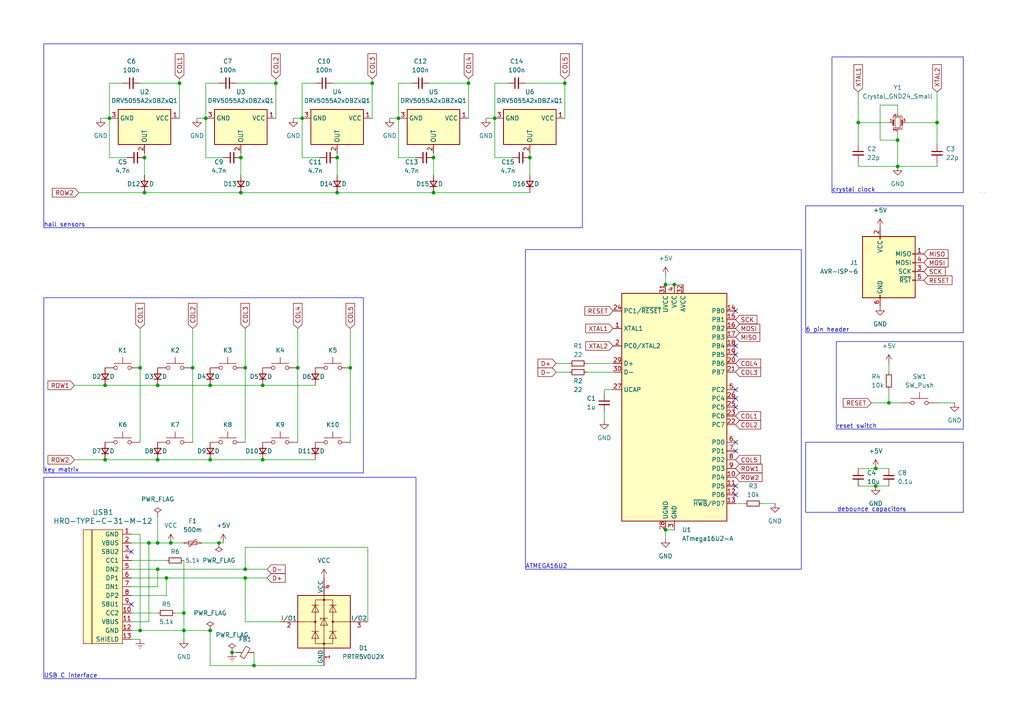
<source format=kicad_sch>
(kicad_sch (version 20230121) (generator eeschema)
  (paper "A4")
  (lib_symbols
    (symbol "Connector:AVR-ISP-6" (pin_names (offset 1.016))
      (property "Reference" "J" (at -6.35 11.43 0))
      (property "Value" "AVR-ISP-6" (at 0 11.43 0))
      (symbol "AVR-ISP-6_0_1"
        (rectangle (start -2.667 -6.858) (end -2.413 -7.62))
        (rectangle (start -2.667 10.16) (end -2.413 9.398))
        (rectangle (start 7.62 -2.413) (end 6.858 -2.667))
        (rectangle (start 7.62 0.127) (end 6.858 -0.127))
        (rectangle (start 7.62 2.667) (end 6.858 2.413))
        (rectangle (start 7.62 5.207) (end 6.858 4.953))
        (rectangle (start 7.62 10.16) (end -7.62 -7.62) (stroke (width 0.254)) (fill (type background)))
      )
      (symbol "AVR-ISP-6_1_1"
        (pin passive line (at 10.16 5.08 180) (length 2.54) (name "MISO") (number "1"))
        (pin passive line (at -2.54 12.7 270) (length 2.54) (name "VCC") (number "2"))
        (pin passive line (at 10.16 0 180) (length 2.54) (name "SCK") (number "3"))
        (pin passive line (at 10.16 2.54 180) (length 2.54) (name "MOSI") (number "4"))
        (pin passive line (at 10.16 -2.54 180) (length 2.54) (name "~{RST}") (number "5"))
        (pin passive line (at -2.54 -10.16 90) (length 2.54) (name "GND") (number "6"))
      )
    )
    (symbol "Device:C_Small" (pin_numbers hide) (pin_names (offset 0.254) hide)
      (property "Reference" "C" (at 0.254 1.778 0))
      (property "Value" "C_Small" (at 0.254 -2.032 0))
      (symbol "C_Small_0_1"
        (polyline (pts (xy -1.524 -0.508) (xy 1.524 -0.508)) (stroke (width 0.3302)))
        (polyline (pts (xy -1.524 0.508) (xy 1.524 0.508)) (stroke (width 0.3048)))
      )
      (symbol "C_Small_1_1"
        (pin passive line (at 0 2.54 270) (length 2.032) (name "~") (number "1"))
        (pin passive line (at 0 -2.54 90) (length 2.032) (name "~") (number "2"))
      )
    )
    (symbol "Device:Crystal_GND24_Small" (pin_names (offset 1.016) hide)
      (property "Reference" "Y" (at 1.27 4.445 0))
      (property "Value" "Crystal_GND24_Small" (at 1.27 2.54 0))
      (symbol "Crystal_GND24_Small_0_1"
        (rectangle (start -0.762 -1.524) (end 0.762 1.524))
        (polyline (pts (xy -1.27 -0.762) (xy -1.27 0.762)) (stroke (width 0.381)))
        (polyline (pts (xy 1.27 -0.762) (xy 1.27 0.762)) (stroke (width 0.381)))
        (polyline (pts (xy -1.27 -1.27) (xy -1.27 -1.905) (xy 1.27 -1.905) (xy 1.27 -1.27)))
        (polyline (pts (xy -1.27 1.27) (xy -1.27 1.905) (xy 1.27 1.905) (xy 1.27 1.27)))
      )
      (symbol "Crystal_GND24_Small_1_1"
        (pin passive line (at -2.54 0 0) (length 1.27) (name "1") (number "1"))
        (pin passive line (at 0 -2.54 90) (length 0.635) (name "2") (number "2"))
        (pin passive line (at 2.54 0 180) (length 1.27) (name "3") (number "3"))
        (pin passive line (at 0 2.54 270) (length 0.635) (name "4") (number "4"))
      )
    )
    (symbol "Device:D_Small" (pin_numbers hide) (pin_names (offset 0.254) hide)
      (property "Reference" "D" (at -1.27 2.032 0))
      (property "Value" "D_Small" (at -3.81 -2.032 0))
      (symbol "D_Small_0_1"
        (polyline (pts (xy -0.762 -1.016) (xy -0.762 1.016)) (stroke (width 0.254)))
        (polyline (pts (xy -0.762 0) (xy 0.762 0)))
        (polyline (pts (xy 0.762 -1.016) (xy -0.762 0) (xy 0.762 1.016) (xy 0.762 -1.016)) (stroke (width 0.254)))
      )
      (symbol "D_Small_1_1"
        (pin passive line (at -2.54 0 0) (length 1.778) (name "K") (number "1"))
        (pin passive line (at 2.54 0 180) (length 1.778) (name "A") (number "2"))
      )
    )
    (symbol "Device:FerriteBead_Small" (pin_numbers hide) (pin_names (offset 0))
      (property "Reference" "FB" (at 1.905 1.27 0))
      (property "Value" "FerriteBead_Small" (at 1.905 -1.27 0))
      (symbol "FerriteBead_Small_0_1"
        (polyline (pts (xy 0 -1.27) (xy 0 -0.7874)))
        (polyline (pts (xy 0 0.889) (xy 0 1.2954)))
        (polyline (pts (xy -1.8288 0.2794) (xy -1.1176 1.4986) (xy 1.8288 -0.2032) (xy 1.1176 -1.4224) (xy -1.8288 0.2794)))
      )
      (symbol "FerriteBead_Small_1_1"
        (pin passive line (at 0 2.54 270) (length 1.27) (name "~") (number "1"))
        (pin passive line (at 0 -2.54 90) (length 1.27) (name "~") (number "2"))
      )
    )
    (symbol "Device:Polyfuse_Small" (pin_numbers hide) (pin_names (offset 0))
      (property "Reference" "F" (at -1.905 0 90))
      (property "Value" "Polyfuse_Small" (at 1.905 0 90))
      (symbol "Polyfuse_Small_0_1"
        (rectangle (start -0.508 1.27) (end 0.508 -1.27))
        (polyline (pts (xy 0 2.54) (xy 0 -2.54)))
        (polyline (pts (xy -1.016 1.27) (xy -1.016 0.762) (xy 1.016 -0.762) (xy 1.016 -1.27)))
      )
      (symbol "Polyfuse_Small_1_1"
        (pin passive line (at 0 2.54 270) (length 0.635) (name "~") (number "1"))
        (pin passive line (at 0 -2.54 90) (length 0.635) (name "~") (number "2"))
      )
    )
    (symbol "Device:R_Small" (pin_numbers hide) (pin_names (offset 0.254) hide)
      (property "Reference" "R" (at 0.762 0.508 0))
      (property "Value" "R_Small" (at 0.762 -1.016 0))
      (symbol "R_Small_0_1"
        (rectangle (start -0.762 1.778) (end 0.762 -1.778) (stroke (width 0.2032)))
      )
      (symbol "R_Small_1_1"
        (pin passive line (at 0 2.54 270) (length 0.762) (name "~") (number "1"))
        (pin passive line (at 0 -2.54 90) (length 0.762) (name "~") (number "2"))
      )
    )
    (symbol "MCU_Microchip_ATmega:ATmega16U2-A"
      (property "Reference" "U" (at -15.24 34.29 0))
      (property "Value" "ATmega16U2-A" (at 2.54 -34.29 0))
      (symbol "ATmega16U2-A_0_1"
        (rectangle (start -15.24 -33.02) (end 15.24 33.02) (stroke (width 0.254)) (fill (type background)))
      )
      (symbol "ATmega16U2-A_1_1"
        (pin input line (at -17.78 22.86 0) (length 2.54) (name "XTAL1") (number "1"))
        (pin bidirectional line (at 17.78 -20.32 180) (length 2.54) (name "PD4") (number "10"))
        (pin bidirectional line (at 17.78 -22.86 180) (length 2.54) (name "PD5") (number "11"))
        (pin bidirectional line (at 17.78 -25.4 180) (length 2.54) (name "PD6") (number "12"))
        (pin bidirectional line (at 17.78 -27.94 180) (length 2.54) (name "~{HWB}/PD7") (number "13"))
        (pin bidirectional line (at 17.78 27.94 180) (length 2.54) (name "PB0") (number "14"))
        (pin bidirectional line (at 17.78 25.4 180) (length 2.54) (name "PB1") (number "15"))
        (pin bidirectional line (at 17.78 22.86 180) (length 2.54) (name "PB2") (number "16"))
        (pin bidirectional line (at 17.78 20.32 180) (length 2.54) (name "PB3") (number "17"))
        (pin bidirectional line (at 17.78 17.78 180) (length 2.54) (name "PB4") (number "18"))
        (pin bidirectional line (at 17.78 15.24 180) (length 2.54) (name "PB5") (number "19"))
        (pin bidirectional line (at -17.78 17.78 0) (length 2.54) (name "PC0/XTAL2") (number "2"))
        (pin bidirectional line (at 17.78 12.7 180) (length 2.54) (name "PB6") (number "20"))
        (pin bidirectional line (at 17.78 10.16 180) (length 2.54) (name "PB7") (number "21"))
        (pin bidirectional line (at 17.78 -5.08 180) (length 2.54) (name "PC7") (number "22"))
        (pin bidirectional line (at 17.78 -2.54 180) (length 2.54) (name "PC6") (number "23"))
        (pin bidirectional line (at -17.78 27.94 0) (length 2.54) (name "PC1/~{RESET}") (number "24"))
        (pin bidirectional line (at 17.78 0 180) (length 2.54) (name "PC5") (number "25"))
        (pin bidirectional line (at 17.78 2.54 180) (length 2.54) (name "PC4") (number "26"))
        (pin passive line (at -17.78 5.08 0) (length 2.54) (name "UCAP") (number "27"))
        (pin power_in line (at -2.54 -35.56 90) (length 2.54) (name "UGND") (number "28"))
        (pin bidirectional line (at -17.78 12.7 0) (length 2.54) (name "D+") (number "29"))
        (pin power_in line (at 0 -35.56 90) (length 2.54) (name "GND") (number "3"))
        (pin bidirectional line (at -17.78 10.16 0) (length 2.54) (name "D-") (number "30"))
        (pin power_in line (at -2.54 35.56 270) (length 2.54) (name "UVCC") (number "31"))
        (pin power_in line (at 2.54 35.56 270) (length 2.54) (name "AVCC") (number "32"))
        (pin power_in line (at 0 35.56 270) (length 2.54) (name "VCC") (number "4"))
        (pin bidirectional line (at 17.78 5.08 180) (length 2.54) (name "PC2") (number "5"))
        (pin bidirectional line (at 17.78 -10.16 180) (length 2.54) (name "PD0") (number "6"))
        (pin bidirectional line (at 17.78 -12.7 180) (length 2.54) (name "PD1") (number "7"))
        (pin bidirectional line (at 17.78 -15.24 180) (length 2.54) (name "PD2") (number "8"))
        (pin bidirectional line (at 17.78 -17.78 180) (length 2.54) (name "PD3") (number "9"))
      )
    )
    (symbol "Power_Protection:PRTR5V0U2X" (pin_names (offset 0))
      (property "Reference" "D" (at 2.794 8.636 0))
      (property "Value" "PRTR5V0U2X" (at 8.128 -9.398 0))
      (symbol "PRTR5V0U2X_0_1"
        (rectangle (start -7.62 -7.62) (end 7.62 7.62) (stroke (width 0.254)) (fill (type background)))
        (circle (center -2.54 0) (radius 0.254) (fill (type outline)))
        (rectangle (start -2.54 6.35) (end 2.54 -6.35))
        (circle (center 0 -6.35) (radius 0.254) (fill (type outline)))
        (polyline (pts (xy -2.54 0) (xy -7.62 0)))
        (polyline (pts (xy -1.524 -2.794) (xy -3.556 -2.794)))
        (polyline (pts (xy -1.524 4.826) (xy -3.556 4.826)))
        (polyline (pts (xy 0 -7.62) (xy 0 7.62)))
        (polyline (pts (xy 1.524 -2.794) (xy 3.556 -2.794)))
        (polyline (pts (xy 1.524 4.826) (xy 3.556 4.826)))
        (polyline (pts (xy 2.54 0) (xy 7.62 0)))
        (polyline (pts (xy 1.016 1.016) (xy -1.016 1.016) (xy -1.016 0.508)))
        (polyline (pts (xy -3.556 -4.826) (xy -1.524 -4.826) (xy -2.54 -2.794) (xy -3.556 -4.826)))
        (polyline (pts (xy -3.556 2.794) (xy -1.524 2.794) (xy -2.54 4.826) (xy -3.556 2.794)))
        (polyline (pts (xy -1.016 -1.016) (xy 1.016 -1.016) (xy 0 1.016) (xy -1.016 -1.016)))
        (polyline (pts (xy 3.556 -4.826) (xy 1.524 -4.826) (xy 2.54 -2.794) (xy 3.556 -4.826)))
        (polyline (pts (xy 3.556 2.794) (xy 1.524 2.794) (xy 2.54 4.826) (xy 3.556 2.794)))
        (circle (center 0 6.35) (radius 0.254) (fill (type outline)))
        (circle (center 2.54 0) (radius 0.254) (fill (type outline)))
      )
      (symbol "PRTR5V0U2X_1_1"
        (pin passive line (at 0 -12.7 90) (length 5.08) (name "GND") (number "1"))
        (pin passive line (at -12.7 0 0) (length 5.08) (name "I/O1") (number "2"))
        (pin passive line (at 12.7 0 180) (length 5.08) (name "I/O2") (number "3"))
        (pin passive line (at 0 12.7 270) (length 5.08) (name "VCC") (number "4"))
      )
    )
    (symbol "Sensor_Magnetic:DRV5055A2xDBZxQ1"
      (property "Reference" "U" (at 2.54 12.7 0))
      (property "Value" "DRV5055A2xDBZxQ1" (at 2.54 10.16 0))
      (symbol "DRV5055A2xDBZxQ1_1_1"
        (rectangle (start -5.08 7.62) (end 5.08 -7.62) (stroke (width 0.254)) (fill (type background)))
        (pin power_in line (at -2.54 10.16 270) (length 2.54) (name "VCC") (number "1"))
        (pin output line (at 7.62 0 180) (length 2.54) (name "OUT") (number "2"))
        (pin power_in line (at -2.54 -10.16 90) (length 2.54) (name "GND") (number "3"))
      )
    )
    (symbol "Switch:SW_Push" (pin_numbers hide) (pin_names (offset 1.016) hide)
      (property "Reference" "SW" (at 1.27 2.54 0))
      (property "Value" "SW_Push" (at 0 -1.524 0))
      (symbol "SW_Push_0_1"
        (circle (center -2.032 0) (radius 0.508))
        (polyline (pts (xy 0 1.27) (xy 0 3.048)))
        (polyline (pts (xy 2.54 1.27) (xy -2.54 1.27)))
        (circle (center 2.032 0) (radius 0.508))
        (pin passive line (at -5.08 0 0) (length 2.54) (name "1") (number "1"))
        (pin passive line (at 5.08 0 180) (length 2.54) (name "2") (number "2"))
      )
    )
    (symbol "Type-C:HRO-TYPE-C-31-M-12" (pin_names (offset 1.016))
      (property "Reference" "USB" (at -5.08 16.51 0))
      (property "Value" "HRO-TYPE-C-31-M-12" (at -10.16 -1.27 90))
      (symbol "HRO-TYPE-C-31-M-12_0_1"
        (rectangle (start -11.43 15.24) (end -8.89 -17.78) (fill (type background)))
        (rectangle (start 0 -17.78) (end -8.89 15.24) (fill (type background)))
      )
      (symbol "HRO-TYPE-C-31-M-12_1_1"
        (pin input line (at 2.54 13.97 180) (length 2.54) (name "GND") (number "1"))
        (pin input line (at 2.54 -8.89 180) (length 2.54) (name "CC2") (number "10"))
        (pin input line (at 2.54 -11.43 180) (length 2.54) (name "VBUS") (number "11"))
        (pin input line (at 2.54 -13.97 180) (length 2.54) (name "GND") (number "12"))
        (pin input line (at 2.54 -16.51 180) (length 2.54) (name "SHIELD") (number "13"))
        (pin input line (at 2.54 11.43 180) (length 2.54) (name "VBUS") (number "2"))
        (pin input line (at 2.54 8.89 180) (length 2.54) (name "SBU2") (number "3"))
        (pin input line (at 2.54 6.35 180) (length 2.54) (name "CC1") (number "4"))
        (pin input line (at 2.54 3.81 180) (length 2.54) (name "DN2") (number "5"))
        (pin input line (at 2.54 1.27 180) (length 2.54) (name "DP1") (number "6"))
        (pin input line (at 2.54 -1.27 180) (length 2.54) (name "DN1") (number "7"))
        (pin input line (at 2.54 -3.81 180) (length 2.54) (name "DP2") (number "8"))
        (pin input line (at 2.54 -6.35 180) (length 2.54) (name "SBU1") (number "9"))
      )
    )
    (symbol "power:+5V" (power) (pin_names (offset 0))
      (property "Value" "+5V" (at 0 3.556 0))
      (symbol "+5V_0_1"
        (polyline (pts (xy -0.762 1.27) (xy 0 2.54)))
        (polyline (pts (xy 0 0) (xy 0 2.54)))
        (polyline (pts (xy 0 2.54) (xy 0.762 1.27)))
      )
      (symbol "+5V_1_1"
        (pin power_in line (at 0 0 90) (length 0) hide (name "+5V") (number "1"))
      )
    )
    (symbol "power:Earth" (power) (pin_names (offset 0))
      (symbol "Earth_0_1"
        (polyline (pts (xy -0.635 -1.905) (xy 0.635 -1.905)))
        (polyline (pts (xy -0.127 -2.54) (xy 0.127 -2.54)))
        (polyline (pts (xy 0 -1.27) (xy 0 0)))
        (polyline (pts (xy 1.27 -1.27) (xy -1.27 -1.27)))
      )
      (symbol "Earth_1_1"
        (pin power_in line (at 0 0 270) (length 0) hide (name "Earth") (number "1"))
      )
    )
    (symbol "power:GND" (power) (pin_names (offset 0))
      (property "Value" "GND" (at 0 -3.81 0))
      (symbol "GND_0_1"
        (polyline (pts (xy 0 0) (xy 0 -1.27) (xy 1.27 -1.27) (xy 0 -2.54) (xy -1.27 -1.27) (xy 0 -1.27)))
      )
      (symbol "GND_1_1"
        (pin power_in line (at 0 0 270) (length 0) hide (name "GND") (number "1"))
      )
    )
    (symbol "power:PWR_FLAG" (power) (pin_numbers hide) (pin_names (offset 0) hide)
      (property "Value" "PWR_FLAG" (at 0 3.81 0))
      (symbol "PWR_FLAG_0_0"
        (pin power_out line (at 0 0 90) (length 0) (name "pwr") (number "1"))
      )
      (symbol "PWR_FLAG_0_1"
        (polyline (pts (xy 0 0) (xy 0 1.27) (xy -1.016 1.905) (xy 0 2.54) (xy 1.016 1.905) (xy 0 1.27)))
      )
    )
    (symbol "power:VCC" (power) (pin_names (offset 0))
      (property "Value" "VCC" (at 0 3.81 0))
      (symbol "VCC_0_1"
        (polyline (pts (xy -0.762 1.27) (xy 0 2.54)))
        (polyline (pts (xy 0 0) (xy 0 2.54)))
        (polyline (pts (xy 0 2.54) (xy 0.762 1.27)))
      )
      (symbol "VCC_1_1"
        (pin power_in line (at 0 0 90) (length 0) hide (name "VCC") (number "1"))
      )
    )
  )
  (junction (at 45.72 165.1))
  (junction (at 80.01 24.13))
  (junction (at 71.12 167.64))
  (junction (at 153.67 45.72))
  (junction (at 59.69 34.29))
  (junction (at 69.85 45.72))
  (junction (at 260.35 40.64))
  (junction (at 52.07 24.13))
  (junction (at 41.91 55.88))
  (junction (at 31.75 34.29))
  (junction (at 163.83 24.13))
  (junction (at 69.85 55.88))
  (junction (at 254 135.89))
  (junction (at 60.96 182.88))
  (junction (at 193.04 153.67))
  (junction (at 45.72 133.35))
  (junction (at 260.35 48.26))
  (junction (at 125.73 45.72))
  (junction (at 60.96 133.35))
  (junction (at 30.48 133.35))
  (junction (at 60.96 111.76))
  (junction (at 45.72 157.48))
  (junction (at 97.79 45.72))
  (junction (at 271.78 35.56))
  (junction (at 71.12 165.1))
  (junction (at 97.79 55.88))
  (junction (at 63.5 157.48))
  (junction (at 254 140.97))
  (junction (at 76.2 133.35))
  (junction (at 40.64 106.68))
  (junction (at 67.31 189.23))
  (junction (at 101.6 106.68))
  (junction (at 48.26 167.64))
  (junction (at 43.18 157.48))
  (junction (at 195.58 82.55))
  (junction (at 115.57 34.29))
  (junction (at 30.48 111.76))
  (junction (at 49.53 157.48))
  (junction (at 125.73 55.88))
  (junction (at 87.63 34.29))
  (junction (at 257.81 116.84))
  (junction (at 55.88 106.68))
  (junction (at 73.66 193.04))
  (junction (at 53.34 182.88))
  (junction (at 193.04 82.55))
  (junction (at 45.72 111.76))
  (junction (at 53.34 177.8))
  (junction (at 135.89 24.13))
  (junction (at 143.51 34.29))
  (junction (at 71.12 106.68))
  (junction (at 76.2 111.76))
  (junction (at 107.95 24.13))
  (junction (at 248.92 35.56))
  (junction (at 40.64 182.88))
  (junction (at 41.91 45.72))
  (junction (at 86.36 106.68))
  (no_connect (at 213.36 128.27))
  (no_connect (at 213.36 115.57))
  (no_connect (at 213.36 100.33))
  (no_connect (at 213.36 140.97))
  (no_connect (at 213.36 90.17))
  (no_connect (at 213.36 143.51))
  (no_connect (at 38.1 175.26))
  (no_connect (at 38.1 160.02))
  (no_connect (at 213.36 102.87))
  (no_connect (at 213.36 130.81))
  (no_connect (at 213.36 113.03))
  (no_connect (at 213.36 118.11))
  (wire (pts (xy 57.15 34.29) (xy 59.69 34.29)))
  (wire (pts (xy 193.04 82.55) (xy 195.58 82.55)))
  (wire (pts (xy 38.1 172.72) (xy 48.26 172.72)))
  (wire (pts (xy 81.28 180.34) (xy 71.12 180.34)))
  (wire (pts (xy 55.88 95.25) (xy 55.88 106.68)))
  (wire (pts (xy 248.92 35.56) (xy 257.81 35.56)))
  (wire (pts (xy 53.34 177.8) (xy 50.8 177.8)))
  (wire (pts (xy 262.89 35.56) (xy 271.78 35.56)))
  (wire (pts (xy 73.66 189.23) (xy 73.66 193.04)))
  (wire (pts (xy 119.38 24.13) (xy 115.57 24.13)))
  (wire (pts (xy 60.96 111.76) (xy 76.2 111.76)))
  (wire (pts (xy 69.85 45.72) (xy 69.85 44.45)))
  (wire (pts (xy 41.91 45.72) (xy 41.91 44.45)))
  (wire (pts (xy 45.72 149.86) (xy 45.72 157.48)))
  (wire (pts (xy 80.01 22.86) (xy 80.01 24.13)))
  (wire (pts (xy 271.78 116.84) (xy 276.86 116.84)))
  (wire (pts (xy 76.2 133.35) (xy 91.44 133.35)))
  (wire (pts (xy 170.18 107.95) (xy 177.8 107.95)))
  (wire (pts (xy 31.75 24.13) (xy 31.75 34.29)))
  (wire (pts (xy 248.92 135.89) (xy 254 135.89)))
  (wire (pts (xy 93.98 193.04) (xy 73.66 193.04)))
  (wire (pts (xy 71.12 165.1) (xy 77.47 165.1)))
  (wire (pts (xy 53.34 182.88) (xy 53.34 185.42)))
  (wire (pts (xy 248.92 26.67) (xy 248.92 35.56)))
  (wire (pts (xy 71.12 167.64) (xy 77.47 167.64)))
  (wire (pts (xy 86.36 95.25) (xy 86.36 106.68)))
  (wire (pts (xy 140.97 34.29) (xy 143.51 34.29)))
  (wire (pts (xy 63.5 157.48) (xy 64.77 157.48)))
  (wire (pts (xy 161.29 105.41) (xy 165.1 105.41)))
  (wire (pts (xy 260.35 33.02) (xy 260.35 30.48)))
  (wire (pts (xy 260.35 40.64) (xy 260.35 48.26)))
  (wire (pts (xy 254 135.89) (xy 257.81 135.89)))
  (wire (pts (xy 29.21 34.29) (xy 31.75 34.29)))
  (wire (pts (xy 43.18 157.48) (xy 45.72 157.48)))
  (wire (pts (xy 193.04 80.01) (xy 193.04 82.55)))
  (wire (pts (xy 147.32 24.13) (xy 143.51 24.13)))
  (wire (pts (xy 59.69 24.13) (xy 59.69 34.29)))
  (wire (pts (xy 213.36 146.05) (xy 215.9 146.05)))
  (wire (pts (xy 175.26 113.03) (xy 175.26 114.3)))
  (wire (pts (xy 53.34 162.56) (xy 53.34 177.8)))
  (wire (pts (xy 86.36 106.68) (xy 86.36 128.27)))
  (wire (pts (xy 45.72 165.1) (xy 71.12 165.1)))
  (wire (pts (xy 248.92 35.56) (xy 248.92 41.91)))
  (wire (pts (xy 260.35 38.1) (xy 260.35 40.64)))
  (wire (pts (xy 87.63 34.29) (xy 87.63 45.72)))
  (wire (pts (xy 45.72 170.18) (xy 45.72 165.1)))
  (wire (pts (xy 45.72 157.48) (xy 49.53 157.48)))
  (wire (pts (xy 115.57 34.29) (xy 115.57 45.72)))
  (wire (pts (xy 97.79 50.8) (xy 97.79 45.72)))
  (wire (pts (xy 31.75 45.72) (xy 36.83 45.72)))
  (wire (pts (xy 271.78 48.26) (xy 271.78 46.99)))
  (wire (pts (xy 255.27 30.48) (xy 255.27 40.64)))
  (wire (pts (xy 53.34 177.8) (xy 53.34 182.88)))
  (wire (pts (xy 60.96 193.04) (xy 60.96 182.88)))
  (wire (pts (xy 135.89 22.86) (xy 135.89 24.13)))
  (wire (pts (xy 45.72 111.76) (xy 60.96 111.76)))
  (wire (pts (xy 80.01 24.13) (xy 80.01 34.29)))
  (wire (pts (xy 43.18 157.48) (xy 38.1 157.48)))
  (wire (pts (xy 71.12 180.34) (xy 71.12 167.64)))
  (wire (pts (xy 257.81 113.03) (xy 257.81 116.84)))
  (wire (pts (xy 38.1 170.18) (xy 45.72 170.18)))
  (wire (pts (xy 71.12 158.75) (xy 71.12 165.1)))
  (wire (pts (xy 63.5 24.13) (xy 59.69 24.13)))
  (wire (pts (xy 135.89 24.13) (xy 135.89 34.29)))
  (wire (pts (xy 73.66 193.04) (xy 60.96 193.04)))
  (wire (pts (xy 257.81 116.84) (xy 261.62 116.84)))
  (wire (pts (xy 40.64 154.94) (xy 40.64 182.88)))
  (wire (pts (xy 153.67 45.72) (xy 153.67 44.45)))
  (wire (pts (xy 177.8 113.03) (xy 175.26 113.03)))
  (wire (pts (xy 59.69 34.29) (xy 59.69 45.72)))
  (wire (pts (xy 69.85 50.8) (xy 69.85 45.72)))
  (wire (pts (xy 163.83 22.86) (xy 163.83 24.13)))
  (wire (pts (xy 48.26 167.64) (xy 71.12 167.64)))
  (wire (pts (xy 43.18 180.34) (xy 43.18 157.48)))
  (wire (pts (xy 40.64 95.25) (xy 40.64 106.68)))
  (wire (pts (xy 60.96 133.35) (xy 76.2 133.35)))
  (wire (pts (xy 101.6 95.25) (xy 101.6 106.68)))
  (wire (pts (xy 271.78 26.67) (xy 271.78 35.56)))
  (wire (pts (xy 85.09 34.29) (xy 87.63 34.29)))
  (wire (pts (xy 195.58 153.67) (xy 193.04 153.67)))
  (wire (pts (xy 97.79 55.88) (xy 125.73 55.88)))
  (wire (pts (xy 125.73 55.88) (xy 153.67 55.88)))
  (wire (pts (xy 59.69 45.72) (xy 64.77 45.72)))
  (wire (pts (xy 106.68 158.75) (xy 71.12 158.75)))
  (wire (pts (xy 38.1 167.64) (xy 48.26 167.64)))
  (wire (pts (xy 91.44 24.13) (xy 87.63 24.13)))
  (wire (pts (xy 35.56 24.13) (xy 31.75 24.13)))
  (wire (pts (xy 124.46 24.13) (xy 135.89 24.13)))
  (wire (pts (xy 195.58 82.55) (xy 198.12 82.55)))
  (wire (pts (xy 260.35 30.48) (xy 255.27 30.48)))
  (wire (pts (xy 106.68 180.34) (xy 106.68 158.75)))
  (wire (pts (xy 38.1 154.94) (xy 40.64 154.94)))
  (wire (pts (xy 115.57 24.13) (xy 115.57 34.29)))
  (wire (pts (xy 252.73 116.84) (xy 257.81 116.84)))
  (wire (pts (xy 71.12 106.68) (xy 71.12 128.27)))
  (wire (pts (xy 115.57 45.72) (xy 120.65 45.72)))
  (wire (pts (xy 107.95 22.86) (xy 107.95 24.13)))
  (wire (pts (xy 125.73 50.8) (xy 125.73 45.72)))
  (wire (pts (xy 254 140.97) (xy 257.81 140.97)))
  (wire (pts (xy 40.64 185.42) (xy 38.1 185.42)))
  (wire (pts (xy 161.29 107.95) (xy 165.1 107.95)))
  (wire (pts (xy 41.91 55.88) (xy 69.85 55.88)))
  (wire (pts (xy 170.18 105.41) (xy 177.8 105.41)))
  (wire (pts (xy 193.04 153.67) (xy 193.04 156.21)))
  (wire (pts (xy 220.98 146.05) (xy 224.79 146.05)))
  (wire (pts (xy 30.48 133.35) (xy 45.72 133.35)))
  (wire (pts (xy 97.79 45.72) (xy 97.79 44.45)))
  (wire (pts (xy 41.91 50.8) (xy 41.91 45.72)))
  (wire (pts (xy 67.31 189.23) (xy 68.58 189.23)))
  (wire (pts (xy 52.07 24.13) (xy 52.07 34.29)))
  (wire (pts (xy 68.58 24.13) (xy 80.01 24.13)))
  (wire (pts (xy 76.2 111.76) (xy 91.44 111.76)))
  (wire (pts (xy 143.51 45.72) (xy 148.59 45.72)))
  (wire (pts (xy 107.95 24.13) (xy 107.95 34.29)))
  (wire (pts (xy 21.59 111.76) (xy 30.48 111.76)))
  (wire (pts (xy 58.42 157.48) (xy 63.5 157.48)))
  (wire (pts (xy 60.96 182.88) (xy 53.34 182.88)))
  (wire (pts (xy 40.64 182.88) (xy 53.34 182.88)))
  (wire (pts (xy 260.35 48.26) (xy 271.78 48.26)))
  (wire (pts (xy 248.92 48.26) (xy 260.35 48.26)))
  (wire (pts (xy 38.1 180.34) (xy 43.18 180.34)))
  (wire (pts (xy 257.81 105.41) (xy 257.81 107.95)))
  (wire (pts (xy 48.26 172.72) (xy 48.26 167.64)))
  (wire (pts (xy 55.88 106.68) (xy 55.88 128.27)))
  (wire (pts (xy 71.12 95.25) (xy 71.12 106.68)))
  (wire (pts (xy 38.1 177.8) (xy 45.72 177.8)))
  (wire (pts (xy 87.63 24.13) (xy 87.63 34.29)))
  (wire (pts (xy 38.1 182.88) (xy 40.64 182.88)))
  (wire (pts (xy 125.73 45.72) (xy 125.73 44.45)))
  (wire (pts (xy 113.03 34.29) (xy 115.57 34.29)))
  (wire (pts (xy 38.1 162.56) (xy 48.26 162.56)))
  (wire (pts (xy 143.51 34.29) (xy 143.51 45.72)))
  (wire (pts (xy 31.75 34.29) (xy 31.75 45.72)))
  (wire (pts (xy 30.48 111.76) (xy 45.72 111.76)))
  (wire (pts (xy 271.78 35.56) (xy 271.78 41.91)))
  (wire (pts (xy 49.53 157.48) (xy 53.34 157.48)))
  (wire (pts (xy 38.1 165.1) (xy 45.72 165.1)))
  (wire (pts (xy 248.92 140.97) (xy 254 140.97)))
  (wire (pts (xy 163.83 24.13) (xy 163.83 34.29)))
  (wire (pts (xy 21.59 133.35) (xy 30.48 133.35)))
  (wire (pts (xy 153.67 50.8) (xy 153.67 45.72)))
  (wire (pts (xy 143.51 24.13) (xy 143.51 34.29)))
  (wire (pts (xy 69.85 55.88) (xy 97.79 55.88)))
  (wire (pts (xy 152.4 24.13) (xy 163.83 24.13)))
  (wire (pts (xy 255.27 40.64) (xy 260.35 40.64)))
  (wire (pts (xy 40.64 24.13) (xy 52.07 24.13)))
  (wire (pts (xy 87.63 45.72) (xy 92.71 45.72)))
  (wire (pts (xy 96.52 24.13) (xy 107.95 24.13)))
  (wire (pts (xy 40.64 106.68) (xy 40.64 128.27)))
  (wire (pts (xy 45.72 133.35) (xy 60.96 133.35)))
  (wire (pts (xy 22.86 55.88) (xy 41.91 55.88)))
  (wire (pts (xy 52.07 22.86) (xy 52.07 24.13)))
  (wire (pts (xy 248.92 46.99) (xy 248.92 48.26)))
  (wire (pts (xy 175.26 119.38) (xy 175.26 121.92)))
  (wire (pts (xy 101.6 106.68) (xy 101.6 128.27)))
  (rectangle (start 233.68 128.27) (end 279.4 148.59))
  (rectangle (start 284.48 55.88) (end 284.48 55.88))
  (rectangle (start 233.68 59.69) (end 279.4 96.52))
  (rectangle (start 12.7 86.36) (end 105.41 137.16))
  (rectangle (start 241.3 16.51) (end 279.4 55.88))
  (rectangle (start 152.4 72.39) (end 232.41 165.1))
  (rectangle (start 285.75 55.88) (end 285.75 55.88))
  (rectangle (start 12.7 138.43) (end 120.65 196.85))
  (rectangle (start 12.7 12.7) (end 168.91 66.04))
  (rectangle (start 242.57 99.06) (end 279.4 124.46))
  (text "crystal clock\n" (at 241.3 55.88 0) (effects (font (size 1.27 1.27)) (justify left bottom)))
  (text "hall sensors" (at 12.7 66.04 0) (effects (font (size 1.27 1.27)) (justify left bottom)))
  (text "key matrix" (at 12.7 137.16 0) (effects (font (size 1.27 1.27)) (justify left bottom)))
  (text "ATMEGA16U2" (at 152.4 165.1 0) (effects (font (size 1.27 1.27)) (justify left bottom)))
  (text "USB C interface" (at 12.7 196.85 0) (effects (font (size 1.27 1.27)) (justify left bottom)))
  (text "reset switch\n" (at 242.57 124.46 0) (effects (font (size 1.27 1.27)) (justify left bottom)))
  (text "6 pin header" (at 233.68 96.52 0) (effects (font (size 1.27 1.27)) (justify left bottom)))
  (text "debounce capacitors" (at 262.89 148.59 0) (effects (font (size 1.27 1.27)) (justify right bottom)))
  (global_label "COL3" (shape input) (at 107.95 22.86 90) (property "Intersheetrefs" "${INTERSHEET_REFS}" (effects hide)))
  (global_label "COL1" (shape input) (at 52.07 22.86 90) (property "Intersheetrefs" "${INTERSHEET_REFS}" (effects hide)))
  (global_label "XTAL2" (shape input) (at 271.78 26.67 90) (property "Intersheetrefs" "${INTERSHEET_REFS}" (effects hide)))
  (global_label "COL5" (shape input) (at 101.6 95.25 90) (property "Intersheetrefs" "${INTERSHEET_REFS}" (effects hide)))
  (global_label "XTAL1" (shape input) (at 248.92 26.67 90) (property "Intersheetrefs" "${INTERSHEET_REFS}" (effects hide)))
  (global_label "XTAL1" (shape input) (at 177.8 95.25 180) (property "Intersheetrefs" "${INTERSHEET_REFS}" (effects hide)))
  (global_label "COL3" (shape input) (at 213.36 107.95 0) (property "Intersheetrefs" "${INTERSHEET_REFS}" (effects hide)))
  (global_label "COL4" (shape input) (at 86.36 95.25 90) (property "Intersheetrefs" "${INTERSHEET_REFS}" (effects hide)))
  (global_label "COL2" (shape input) (at 213.36 123.19 0) (property "Intersheetrefs" "${INTERSHEET_REFS}" (effects hide)))
  (global_label "COL4" (shape input) (at 135.89 22.86 90) (property "Intersheetrefs" "${INTERSHEET_REFS}" (effects hide)))
  (global_label "XTAL2" (shape input) (at 177.8 100.33 180) (property "Intersheetrefs" "${INTERSHEET_REFS}" (effects hide)))
  (global_label "D+" (shape input) (at 77.47 167.64 0) (property "Intersheetrefs" "${INTERSHEET_REFS}" (effects hide)))
  (global_label "ROW1" (shape input) (at 213.36 135.89 0) (property "Intersheetrefs" "${INTERSHEET_REFS}" (effects hide)))
  (global_label "RESET" (shape input) (at 252.73 116.84 180) (property "Intersheetrefs" "${INTERSHEET_REFS}" (effects hide)))
  (global_label "RESET" (shape input) (at 177.8 90.17 180) (property "Intersheetrefs" "${INTERSHEET_REFS}" (effects hide)))
  (global_label "D+" (shape input) (at 161.29 105.41 180) (property "Intersheetrefs" "${INTERSHEET_REFS}" (effects hide)))
  (global_label "ROW2" (shape input) (at 21.59 133.35 180) (property "Intersheetrefs" "${INTERSHEET_REFS}" (effects hide)))
  (global_label "MOSI" (shape input) (at 213.36 95.25 0) (property "Intersheetrefs" "${INTERSHEET_REFS}" (effects hide)))
  (global_label "D-" (shape input) (at 77.47 165.1 0) (property "Intersheetrefs" "${INTERSHEET_REFS}" (effects hide)))
  (global_label "COL5" (shape input) (at 213.36 133.35 0) (property "Intersheetrefs" "${INTERSHEET_REFS}" (effects hide)))
  (global_label "MOSI" (shape input) (at 267.97 76.2 0) (property "Intersheetrefs" "${INTERSHEET_REFS}" (effects hide)))
  (global_label "ROW1" (shape input) (at 21.59 111.76 180) (property "Intersheetrefs" "${INTERSHEET_REFS}" (effects hide)))
  (global_label "COL2" (shape input) (at 80.01 22.86 90) (property "Intersheetrefs" "${INTERSHEET_REFS}" (effects hide)))
  (global_label "MISO" (shape input) (at 213.36 97.79 0) (property "Intersheetrefs" "${INTERSHEET_REFS}" (effects hide)))
  (global_label "COL1" (shape input) (at 40.64 95.25 90) (property "Intersheetrefs" "${INTERSHEET_REFS}" (effects hide)))
  (global_label "RESET" (shape input) (at 267.97 81.28 0) (property "Intersheetrefs" "${INTERSHEET_REFS}" (effects hide)))
  (global_label "ROW2" (shape input) (at 22.86 55.88 180) (property "Intersheetrefs" "${INTERSHEET_REFS}" (effects hide)))
  (global_label "COL1" (shape input) (at 213.36 120.65 0) (property "Intersheetrefs" "${INTERSHEET_REFS}" (effects hide)))
  (global_label "SCK" (shape input) (at 213.36 92.71 0) (property "Intersheetrefs" "${INTERSHEET_REFS}" (effects hide)))
  (global_label "SCK" (shape input) (at 267.97 78.74 0) (property "Intersheetrefs" "${INTERSHEET_REFS}" (effects hide)))
  (global_label "COL4" (shape input) (at 213.36 105.41 0) (property "Intersheetrefs" "${INTERSHEET_REFS}" (effects hide)))
  (global_label "COL5" (shape input) (at 163.83 22.86 90) (property "Intersheetrefs" "${INTERSHEET_REFS}" (effects hide)))
  (global_label "D-" (shape input) (at 161.29 107.95 180) (property "Intersheetrefs" "${INTERSHEET_REFS}" (effects hide)))
  (global_label "MISO" (shape input) (at 267.97 73.66 0) (property "Intersheetrefs" "${INTERSHEET_REFS}" (effects hide)))
  (global_label "ROW2" (shape input) (at 213.36 138.43 0) (property "Intersheetrefs" "${INTERSHEET_REFS}" (effects hide)))
  (global_label "COL2" (shape input) (at 55.88 95.25 90) (property "Intersheetrefs" "${INTERSHEET_REFS}" (effects hide)))
  (global_label "COL3" (shape input) (at 71.12 95.25 90) (property "Intersheetrefs" "${INTERSHEET_REFS}" (effects hide)))
  (symbol (lib_id "power:GND") (at 175.26 121.92 0) (unit 1)
    (property "Reference" "#PWR04" (effects hide))
    (property "Value" "GND" (at 175.26 127 0))
  )
  (symbol (lib_id "Device:C_Small") (at 67.31 45.72 90) (unit 1)
    (property "Reference" "C9" (at 63.5 46.99 90))
    (property "Value" "4.7n" (at 63.5 49.53 90))
  )
  (symbol (lib_id "power:VCC") (at 93.98 167.64 0) (unit 1)
    (property "Reference" "#PWR013" (effects hide))
    (property "Value" "VCC" (at 93.98 162.56 0))
  )
  (symbol (lib_id "Device:C_Small") (at 149.86 24.13 90) (unit 1)
    (property "Reference" "C14" (at 149.8663 17.78 90))
    (property "Value" "100n" (at 149.8663 20.32 90))
  )
  (symbol (lib_id "Device:C_Small") (at 123.19 45.72 90) (unit 1)
    (property "Reference" "C13" (at 119.38 46.99 90))
    (property "Value" "4.7n" (at 119.38 49.53 90))
  )
  (symbol (lib_id "power:PWR_FLAG") (at 60.96 182.88 0) (unit 1)
    (property "Reference" "#FLG02" (effects hide))
    (property "Value" "PWR_FLAG" (at 60.96 177.8 0))
  )
  (symbol (lib_id "Device:D_Small") (at 97.79 53.34 90) (unit 1)
    (property "Reference" "D14" (at 92.71 53.34 90) (effects (justify right)))
    (property "Value" "D" (at 99.06 53.34 90) (effects (justify right)))
    (property "Footprint" "Diode_SMD:D_SOD-123" (effects hide))
    (property "Sim.Device" "D" (effects hide))
    (property "Sim.Pins" "1=K 2=A" (effects hide))
  )
  (symbol (lib_id "Device:D_Small") (at 60.96 109.22 90) (unit 1)
    (property "Reference" "D4" (at 57.15 109.22 90) (effects (justify right)))
    (property "Value" "D" (at 62.23 109.22 90) (effects (justify right)))
    (property "Footprint" "Diode_SMD:D_SOD-123" (effects hide))
    (property "Sim.Device" "D" (effects hide))
    (property "Sim.Pins" "1=K 2=A" (effects hide))
  )
  (symbol (lib_id "Switch:SW_Push") (at 50.8 106.68 0) (unit 1)
    (property "Reference" "K2" (at 50.8 101.6 0))
    (property "Value" "SW_Push" (effects hide))
    (property "Footprint" "marbastlib-mx:SW_MX_HS_CPG151101S11_1u" (effects hide))
  )
  (symbol (lib_id "Device:C_Small") (at 248.92 44.45 0) (unit 1)
    (property "Reference" "C2" (at 251.46 43.1863 0) (effects (justify left)))
    (property "Value" "22p" (at 251.46 45.7263 0) (effects (justify left)))
    (property "Footprint" "Capacitor_SMD:C_0805_2012Metric_Pad1.18x1.45mm_HandSolder" (effects hide))
  )
  (symbol (lib_id "Device:R_Small") (at 257.81 110.49 180) (unit 1)
    (property "Reference" "R4" (at 252.73 109.22 0) (effects (justify right)))
    (property "Value" "10k" (at 252.73 111.76 0) (effects (justify right)))
    (property "Footprint" "Resistor_SMD:R_0805_2012Metric_Pad1.20x1.40mm_HandSolder" (effects hide))
  )
  (symbol (lib_id "Sensor_Magnetic:DRV5055A2xDBZxQ1") (at 69.85 36.83 270) (unit 1)
    (property "Reference" "U3" (at 69.85 26.67 90))
    (property "Value" "DRV5055A2xDBZxQ1" (at 69.85 29.21 90))
    (property "Footprint" "Package_TO_SOT_SMD:SOT-23" (effects hide))
    (property "Datasheet" "https://www.ti.com/lit/ds/symlink/drv5055-q1.pdf" (effects hide))
  )
  (symbol (lib_id "Device:D_Small") (at 60.96 130.81 90) (unit 1)
    (property "Reference" "D9" (at 57.15 130.81 90) (effects (justify right)))
    (property "Value" "D" (at 62.23 130.81 90) (effects (justify right)))
    (property "Footprint" "Diode_SMD:D_SOD-123" (effects hide))
    (property "Sim.Device" "D" (effects hide))
    (property "Sim.Pins" "1=K 2=A" (effects hide))
  )
  (symbol (lib_id "Sensor_Magnetic:DRV5055A2xDBZxQ1") (at 41.91 36.83 270) (unit 1)
    (property "Reference" "U2" (at 41.91 26.67 90))
    (property "Value" "DRV5055A2xDBZxQ1" (at 41.91 29.21 90))
    (property "Footprint" "Package_TO_SOT_SMD:SOT-23" (effects hide))
    (property "Datasheet" "https://www.ti.com/lit/ds/symlink/drv5055-q1.pdf" (effects hide))
  )
  (symbol (lib_id "Switch:SW_Push") (at 96.52 128.27 0) (unit 1)
    (property "Reference" "K10" (at 96.52 123.19 0))
    (property "Value" "SW_Push" (effects hide))
    (property "Footprint" "marbastlib-mx:SW_MX_HS_CPG151101S11_1u" (effects hide))
  )
  (symbol (lib_id "Device:D_Small") (at 91.44 130.81 90) (unit 1)
    (property "Reference" "D11" (at 86.36 130.81 90) (effects (justify right)))
    (property "Value" "D" (at 92.71 130.81 90) (effects (justify right)))
    (property "Footprint" "Diode_SMD:D_SOD-123" (effects hide))
    (property "Sim.Device" "D" (effects hide))
    (property "Sim.Pins" "1=K 2=A" (effects hide))
  )
  (symbol (lib_id "power:GND") (at 85.09 34.29 0) (unit 1)
    (property "Reference" "#PWR020" (effects hide))
    (property "Value" "GND" (at 85.09 39.37 0))
  )
  (symbol (lib_id "Switch:SW_Push") (at 66.04 128.27 0) (unit 1)
    (property "Reference" "K8" (at 66.04 123.19 0))
    (property "Value" "SW_Push" (effects hide))
    (property "Footprint" "marbastlib-mx:SW_MX_HS_CPG151101S11_1u" (effects hide))
  )
  (symbol (lib_id "Device:C_Small") (at 38.1 24.13 90) (unit 1)
    (property "Reference" "C6" (at 38.1063 17.78 90))
    (property "Value" "100n" (at 38.1063 20.32 90))
  )
  (symbol (lib_id "Switch:SW_Push") (at 35.56 106.68 0) (unit 1)
    (property "Reference" "K1" (at 35.56 101.6 0))
    (property "Value" "SW_Push" (effects hide))
    (property "Footprint" "marbastlib-mx:SW_MX_HS_CPG151101S11_1u" (effects hide))
  )
  (symbol (lib_id "Device:C_Small") (at 248.92 138.43 0) (unit 1)
    (property "Reference" "C4" (at 251.46 137.1663 0) (effects (justify left)))
    (property "Value" "10u" (at 251.46 139.7063 0) (effects (justify left)))
    (property "Footprint" "Capacitor_SMD:C_0805_2012Metric_Pad1.18x1.45mm_HandSolder" (effects hide))
  )
  (symbol (lib_id "power:+5V") (at 193.04 80.01 0) (unit 1)
    (property "Reference" "#PWR01" (effects hide))
    (property "Value" "+5V" (at 193.04 74.93 0))
  )
  (symbol (lib_id "Connector:AVR-ISP-6") (at 257.81 78.74 0) (unit 1)
    (property "Reference" "J1" (at 248.92 76.2 0) (effects (justify right)))
    (property "Value" "AVR-ISP-6" (at 248.92 78.74 0) (effects (justify right)))
    (property "Footprint" "random-keyboard-parts:Reset_Pretty-Mask" (effects hide))
    (property "Datasheet" " ~" (effects hide))
  )
  (symbol (lib_id "Sensor_Magnetic:DRV5055A2xDBZxQ1") (at 153.67 36.83 270) (unit 1)
    (property "Reference" "U6" (at 153.67 26.67 90))
    (property "Value" "DRV5055A2xDBZxQ1" (at 153.67 29.21 90))
    (property "Footprint" "Package_TO_SOT_SMD:SOT-23" (effects hide))
    (property "Datasheet" "https://www.ti.com/lit/ds/symlink/drv5055-q1.pdf" (effects hide))
  )
  (symbol (lib_id "power:GND") (at 254 140.97 0) (unit 1)
    (property "Reference" "#PWR015" (effects hide))
    (property "Value" "GND" (at 254 146.05 0))
  )
  (symbol (lib_id "power:PWR_FLAG") (at 67.31 189.23 0) (unit 1)
    (property "Reference" "#FLG04" (effects hide))
    (property "Value" "PWR_FLAG" (at 67.31 184.15 0))
  )
  (symbol (lib_id "power:+5V") (at 64.77 157.48 0) (unit 1)
    (property "Reference" "#PWR011" (effects hide))
    (property "Value" "+5V" (at 64.77 152.4 0))
  )
  (symbol (lib_id "Device:C_Small") (at 39.37 45.72 90) (unit 1)
    (property "Reference" "C5" (at 35.56 46.99 90))
    (property "Value" "4.7n" (at 35.56 49.53 90))
  )
  (symbol (lib_id "Device:FerriteBead_Small") (at 71.12 189.23 90) (unit 1)
    (property "Reference" "FB1" (at 71.12 185.42 90))
    (property "Value" "FerriteBead_Small" (effects hide))
    (property "Footprint" "Inductor_SMD:L_0805_2012Metric_Pad1.15x1.40mm_HandSolder" (effects hide))
  )
  (symbol (lib_id "Device:C_Small") (at 121.92 24.13 90) (unit 1)
    (property "Reference" "C12" (at 121.9263 17.78 90))
    (property "Value" "100n" (at 121.9263 20.32 90))
  )
  (symbol (lib_id "power:GND") (at 255.27 88.9 0) (unit 1)
    (property "Reference" "#PWR06" (effects hide))
    (property "Value" "GND" (at 255.27 93.98 0))
  )
  (symbol (lib_id "Device:R_Small") (at 218.44 146.05 90) (unit 1)
    (property "Reference" "R3" (at 218.44 140.97 90))
    (property "Value" "10k" (at 218.44 143.51 90))
    (property "Footprint" "Resistor_SMD:R_0805_2012Metric_Pad1.20x1.40mm_HandSolder" (effects hide))
  )
  (symbol (lib_id "power:GND") (at 140.97 34.29 0) (unit 1)
    (property "Reference" "#PWR022" (effects hide))
    (property "Value" "GND" (at 140.97 39.37 0))
  )
  (symbol (lib_id "Device:C_Small") (at 151.13 45.72 90) (unit 1)
    (property "Reference" "C15" (at 147.32 46.99 90))
    (property "Value" "4.7n" (at 147.32 49.53 90))
  )
  (symbol (lib_id "power:VCC") (at 49.53 157.48 0) (unit 1)
    (property "Reference" "#PWR010" (effects hide))
    (property "Value" "VCC" (at 49.53 152.4 0))
  )
  (symbol (lib_id "Device:D_Small") (at 30.48 130.81 90) (unit 1)
    (property "Reference" "D7" (at 26.67 130.81 90) (effects (justify right)))
    (property "Value" "D" (at 31.75 130.81 90) (effects (justify right)))
    (property "Footprint" "Diode_SMD:D_SOD-123" (effects hide))
    (property "Sim.Device" "D" (effects hide))
    (property "Sim.Pins" "1=K 2=A" (effects hide))
  )
  (symbol (lib_id "Switch:SW_Push") (at 81.28 106.68 0) (unit 1)
    (property "Reference" "K4" (at 81.28 101.6 0))
    (property "Value" "SW_Push" (effects hide))
    (property "Footprint" "marbastlib-mx:SW_MX_HS_CPG151101S11_1u" (effects hide))
  )
  (symbol (lib_id "Device:D_Small") (at 76.2 130.81 90) (unit 1)
    (property "Reference" "D10" (at 71.12 130.81 90) (effects (justify right)))
    (property "Value" "D" (at 77.47 130.81 90) (effects (justify right)))
    (property "Footprint" "Diode_SMD:D_SOD-123" (effects hide))
    (property "Sim.Device" "D" (effects hide))
    (property "Sim.Pins" "1=K 2=A" (effects hide))
  )
  (symbol (lib_id "power:GND") (at 113.03 34.29 0) (unit 1)
    (property "Reference" "#PWR021" (effects hide))
    (property "Value" "GND" (at 113.03 39.37 0))
  )
  (symbol (lib_id "Switch:SW_Push") (at 266.7 116.84 0) (unit 1)
    (property "Reference" "SW1" (at 266.7 109.22 0))
    (property "Value" "SW_Push" (at 266.7 111.76 0))
    (property "Footprint" "Button_Switch_SMD:SW_SPST_SKQG_WithStem" (effects hide))
  )
  (symbol (lib_id "Device:Crystal_GND24_Small") (at 260.35 35.56 0) (unit 1)
    (property "Reference" "Y1" (at 260.35 25.4 0))
    (property "Value" "Crystal_GND24_Small" (at 260.35 27.94 0))
    (property "Footprint" "Crystal:Crystal_SMD_3225-4Pin_3.2x2.5mm_HandSoldering" (effects hide))
  )
  (symbol (lib_id "power:+5V") (at 255.27 66.04 0) (unit 1)
    (property "Reference" "#PWR07" (effects hide))
    (property "Value" "+5V" (at 255.27 60.96 0))
  )
  (symbol (lib_id "power:+5V") (at 257.81 105.41 0) (unit 1)
    (property "Reference" "#PWR09" (effects hide))
    (property "Value" "+5V" (at 257.81 100.33 0))
  )
  (symbol (lib_id "power:Earth") (at 40.64 185.42 0) (unit 1)
    (property "Reference" "#PWR017" (effects hide))
    (property "Value" "Earth" (effects hide))
  )
  (symbol (lib_id "power:PWR_FLAG") (at 63.5 157.48 180) (unit 1)
    (property "Reference" "#FLG03" (effects hide))
    (property "Value" "PWR_FLAG" (at 63.5 162.56 0))
  )
  (symbol (lib_id "power:GND") (at 29.21 34.29 0) (unit 1)
    (property "Reference" "#PWR018" (effects hide))
    (property "Value" "GND" (at 29.21 39.37 0))
  )
  (symbol (lib_id "Device:Polyfuse_Small") (at 55.88 157.48 90) (unit 1)
    (property "Reference" "F1" (at 55.88 151.13 90))
    (property "Value" "500m" (at 55.88 153.67 90))
    (property "Footprint" "Fuse:Fuse_1206_3216Metric_Pad1.42x1.75mm_HandSolder" (effects hide))
  )
  (symbol (lib_id "Switch:SW_Push") (at 50.8 128.27 0) (unit 1)
    (property "Reference" "K7" (at 50.8 123.19 0))
    (property "Value" "SW_Push" (effects hide))
    (property "Footprint" "marbastlib-mx:SW_MX_HS_CPG151101S11_1u" (effects hide))
  )
  (symbol (lib_id "Device:D_Small") (at 125.73 53.34 90) (unit 1)
    (property "Reference" "D15" (at 120.65 53.34 90) (effects (justify right)))
    (property "Value" "D" (at 127 53.34 90) (effects (justify right)))
    (property "Footprint" "Diode_SMD:D_SOD-123" (effects hide))
    (property "Sim.Device" "D" (effects hide))
    (property "Sim.Pins" "1=K 2=A" (effects hide))
  )
  (symbol (lib_id "power:GND") (at 260.35 48.26 0) (unit 1)
    (property "Reference" "#PWR05" (effects hide))
    (property "Value" "GND" (at 260.35 53.34 0))
  )
  (symbol (lib_id "Device:D_Small") (at 153.67 53.34 90) (unit 1)
    (property "Reference" "D16" (at 148.59 53.34 90) (effects (justify right)))
    (property "Value" "D" (at 154.94 53.34 90) (effects (justify right)))
    (property "Footprint" "Diode_SMD:D_SOD-123" (effects hide))
    (property "Sim.Device" "D" (effects hide))
    (property "Sim.Pins" "1=K 2=A" (effects hide))
  )
  (symbol (lib_id "power:GND") (at 276.86 116.84 0) (unit 1)
    (property "Reference" "#PWR08" (effects hide))
    (property "Value" "GND" (at 276.86 121.92 0))
  )
  (symbol (lib_id "Device:D_Small") (at 69.85 53.34 90) (unit 1)
    (property "Reference" "D13" (at 64.77 53.34 90) (effects (justify right)))
    (property "Value" "D" (at 71.12 53.34 90) (effects (justify right)))
    (property "Footprint" "Diode_SMD:D_SOD-123" (effects hide))
    (property "Sim.Device" "D" (effects hide))
    (property "Sim.Pins" "1=K 2=A" (effects hide))
  )
  (symbol (lib_id "Device:C_Small") (at 257.81 138.43 0) (unit 1)
    (property "Reference" "C8" (at 260.35 137.1663 0) (effects (justify left)))
    (property "Value" "0.1u" (at 260.35 139.7063 0) (effects (justify left)))
    (property "Footprint" "Capacitor_SMD:C_0805_2012Metric_Pad1.18x1.45mm_HandSolder" (effects hide))
  )
  (symbol (lib_id "Device:R_Small") (at 48.26 177.8 90) (unit 1)
    (property "Reference" "R5" (at 48.26 175.26 90))
    (property "Value" "5.1k" (at 48.26 180.34 90))
    (property "Footprint" "Resistor_SMD:R_0805_2012Metric_Pad1.20x1.40mm_HandSolder" (effects hide))
  )
  (symbol (lib_id "Device:D_Small") (at 45.72 130.81 90) (unit 1)
    (property "Reference" "D8" (at 41.91 130.81 90) (effects (justify right)))
    (property "Value" "D" (at 46.99 130.81 90) (effects (justify right)))
    (property "Footprint" "Diode_SMD:D_SOD-123" (effects hide))
    (property "Sim.Device" "D" (effects hide))
    (property "Sim.Pins" "1=K 2=A" (effects hide))
  )
  (symbol (lib_id "Device:C_Small") (at 93.98 24.13 90) (unit 1)
    (property "Reference" "C10" (at 93.9863 17.78 90))
    (property "Value" "100n" (at 93.9863 20.32 90))
  )
  (symbol (lib_id "Device:D_Small") (at 41.91 53.34 90) (unit 1)
    (property "Reference" "D12" (at 36.83 53.34 90) (effects (justify right)))
    (property "Value" "D" (at 43.18 53.34 90) (effects (justify right)))
    (property "Footprint" "Diode_SMD:D_SOD-123" (effects hide))
    (property "Sim.Device" "D" (effects hide))
    (property "Sim.Pins" "1=K 2=A" (effects hide))
  )
  (symbol (lib_id "Device:C_Small") (at 271.78 44.45 0) (unit 1)
    (property "Reference" "C3" (at 274.32 43.1863 0) (effects (justify left)))
    (property "Value" "22p" (at 274.32 45.7263 0) (effects (justify left)))
    (property "Footprint" "Capacitor_SMD:C_0805_2012Metric_Pad1.18x1.45mm_HandSolder" (effects hide))
  )
  (symbol (lib_id "power:GND") (at 57.15 34.29 0) (unit 1)
    (property "Reference" "#PWR019" (effects hide))
    (property "Value" "GND" (at 57.15 39.37 0))
  )
  (symbol (lib_id "Switch:SW_Push") (at 96.52 106.68 0) (unit 1)
    (property "Reference" "K5" (at 96.52 101.6 0))
    (property "Value" "SW_Push" (effects hide))
    (property "Footprint" "marbastlib-mx:SW_MX_HS_CPG151101S11_1u" (effects hide))
  )
  (symbol (lib_id "Device:D_Small") (at 45.72 109.22 90) (unit 1)
    (property "Reference" "D3" (at 41.91 109.22 90) (effects (justify right)))
    (property "Value" "D" (at 46.99 109.22 90) (effects (justify right)))
    (property "Footprint" "Diode_SMD:D_SOD-123" (effects hide))
    (property "Sim.Device" "D" (effects hide))
    (property "Sim.Pins" "1=K 2=A" (effects hide))
  )
  (symbol (lib_id "Sensor_Magnetic:DRV5055A2xDBZxQ1") (at 97.79 36.83 270) (unit 1)
    (property "Reference" "U4" (at 97.79 26.67 90))
    (property "Value" "DRV5055A2xDBZxQ1" (at 97.79 29.21 90))
    (property "Footprint" "Package_TO_SOT_SMD:SOT-23" (effects hide))
    (property "Datasheet" "https://www.ti.com/lit/ds/symlink/drv5055-q1.pdf" (effects hide))
  )
  (symbol (lib_id "Device:D_Small") (at 76.2 109.22 90) (unit 1)
    (property "Reference" "D5" (at 72.39 109.22 90) (effects (justify right)))
    (property "Value" "D" (at 77.47 109.22 90) (effects (justify right)))
    (property "Footprint" "Diode_SMD:D_SOD-123" (effects hide))
    (property "Sim.Device" "D" (effects hide))
    (property "Sim.Pins" "1=K 2=A" (effects hide))
  )
  (symbol (lib_id "power:GND") (at 53.34 185.42 0) (unit 1)
    (property "Reference" "#PWR012" (effects hide))
    (property "Value" "GND" (at 53.34 190.5 0))
  )
  (symbol (lib_id "Device:R_Small") (at 167.64 105.41 90) (unit 1)
    (property "Reference" "R1" (at 167.64 100.33 90))
    (property "Value" "22" (at 167.64 102.87 90))
    (property "Footprint" "Resistor_SMD:R_0805_2012Metric_Pad1.20x1.40mm_HandSolder" (effects hide))
  )
  (symbol (lib_id "MCU_Microchip_ATmega:ATmega16U2-A") (at 195.58 118.11 0) (unit 1)
    (property "Reference" "U1" (at 197.7741 153.67 0) (effects (justify left)))
    (property "Value" "ATmega16U2-A" (at 197.7741 156.21 0) (effects (justify left)))
    (property "Footprint" "Package_QFP:TQFP-32_7x7mm_P0.8mm" (effects hide))
    (property "Datasheet" "http://ww1.microchip.com/downloads/en/DeviceDoc/doc7799.pdf" (effects hide))
  )
  (symbol (lib_id "power:+5V") (at 254 135.89 0) (unit 1)
    (property "Reference" "#PWR014" (effects hide))
    (property "Value" "+5V" (at 254 130.81 0))
  )
  (symbol (lib_id "Switch:SW_Push") (at 35.56 128.27 0) (unit 1)
    (property "Reference" "K6" (at 35.56 123.19 0))
    (property "Value" "SW_Push" (effects hide))
    (property "Footprint" "marbastlib-mx:SW_MX_HS_CPG151101S11_1u" (effects hide))
  )
  (symbol (lib_id "Device:D_Small") (at 91.44 109.22 90) (unit 1)
    (property "Reference" "D6" (at 87.63 109.22 90) (effects (justify right)))
    (property "Value" "D" (at 92.71 109.22 90) (effects (justify right)))
    (property "Footprint" "Diode_SMD:D_SOD-123" (effects hide))
    (property "Sim.Device" "D" (effects hide))
    (property "Sim.Pins" "1=K 2=A" (effects hide))
  )
  (symbol (lib_id "power:Earth") (at 67.31 189.23 0) (unit 1)
    (property "Reference" "#PWR016" (effects hide))
    (property "Value" "Earth" (effects hide))
  )
  (symbol (lib_id "power:PWR_FLAG") (at 45.72 149.86 0) (unit 1)
    (property "Reference" "#FLG01" (effects hide))
    (property "Value" "PWR_FLAG" (at 45.72 144.78 0))
  )
  (symbol (lib_id "Type-C:HRO-TYPE-C-31-M-12") (at 35.56 168.91 0) (unit 1)
    (property "Reference" "USB1" (at 29.845 148.59 0) (effects (font (size 1.524 1.524))))
    (property "Value" "HRO-TYPE-C-31-M-12" (at 29.845 151.13 0) (effects (font (size 1.524 1.524))))
    (property "Footprint" "Type-C:HRO-TYPE-C-31-M-12-HandSoldering" (effects hide))
  )
  (symbol (lib_id "power:GND") (at 224.79 146.05 0) (unit 1)
    (property "Reference" "#PWR03" (effects hide))
    (property "Value" "GND" (at 224.79 151.13 0))
  )
  (symbol (lib_id "Device:R_Small") (at 50.8 162.56 90) (unit 1)
    (property "Reference" "R6" (at 50.8 160.02 90))
    (property "Value" "5.1k" (at 55.88 162.56 90))
    (property "Footprint" "Resistor_SMD:R_0805_2012Metric_Pad1.20x1.40mm_HandSolder" (effects hide))
  )
  (symbol (lib_id "Sensor_Magnetic:DRV5055A2xDBZxQ1") (at 125.73 36.83 270) (unit 1)
    (property "Reference" "U5" (at 125.73 26.67 90))
    (property "Value" "DRV5055A2xDBZxQ1" (at 125.73 29.21 90))
    (property "Footprint" "Package_TO_SOT_SMD:SOT-23" (effects hide))
    (property "Datasheet" "https://www.ti.com/lit/ds/symlink/drv5055-q1.pdf" (effects hide))
  )
  (symbol (lib_id "Device:C_Small") (at 175.26 116.84 0) (unit 1)
    (property "Reference" "C1" (at 170.18 115.57 0) (effects (justify left)))
    (property "Value" "1u" (at 170.18 118.11 0) (effects (justify left)))
    (property "Footprint" "Capacitor_SMD:C_0805_2012Metric_Pad1.18x1.45mm_HandSolder" (effects hide))
  )
  (symbol (lib_id "Device:C_Small") (at 66.04 24.13 90) (unit 1)
    (property "Reference" "C7" (at 66.0463 17.78 90))
    (property "Value" "100n" (at 66.0463 20.32 90))
  )
  (symbol (lib_id "Switch:SW_Push") (at 81.28 128.27 0) (unit 1)
    (property "Reference" "K9" (at 81.28 123.19 0))
    (property "Value" "SW_Push" (effects hide))
    (property "Footprint" "marbastlib-mx:SW_MX_HS_CPG151101S11_1u" (effects hide))
  )
  (symbol (lib_id "Power_Protection:PRTR5V0U2X") (at 93.98 180.34 0) (unit 1)
    (property "Reference" "D1" (at 105.41 187.96 0))
    (property "Value" "PRTR5V0U2X" (at 105.41 190.5 0))
    (property "Footprint" "Package_TO_SOT_SMD:SOT-143" (effects hide))
    (property "Datasheet" "https://assets.nexperia.com/documents/data-sheet/PRTR5V0U2X.pdf" (effects hide))
  )
  (symbol (lib_id "Device:R_Small") (at 167.64 107.95 90) (unit 1)
    (property "Reference" "R2" (at 167.64 110.49 90))
    (property "Value" "22" (at 167.64 113.03 90))
    (property "Footprint" "Resistor_SMD:R_0805_2012Metric_Pad1.20x1.40mm_HandSolder" (effects hide))
  )
  (symbol (lib_id "power:GND") (at 193.04 156.21 0) (unit 1)
    (property "Reference" "#PWR02" (effects hide))
    (property "Value" "GND" (at 193.04 161.29 0))
  )
  (symbol (lib_id "Switch:SW_Push") (at 66.04 106.68 0) (unit 1)
    (property "Reference" "K3" (at 66.04 101.6 0))
    (property "Value" "SW_Push" (effects hide))
    (property "Footprint" "marbastlib-mx:SW_MX_HS_CPG151101S11_1u" (effects hide))
  )
  (symbol (lib_id "Device:C_Small") (at 95.25 45.72 90) (unit 1)
    (property "Reference" "C11" (at 91.44 46.99 90))
    (property "Value" "4.7n" (at 91.44 49.53 90))
  )
  (symbol (lib_id "Device:D_Small") (at 30.48 109.22 90) (unit 1)
    (property "Reference" "D2" (at 26.67 109.22 90) (effects (justify right)))
    (property "Value" "D" (at 31.75 109.22 90) (effects (justify right)))
    (property "Footprint" "Diode_SMD:D_SOD-123" (effects hide))
    (property "Sim.Device" "D" (effects hide))
    (property "Sim.Pins" "1=K 2=A" (effects hide))
  )
)
</source>
